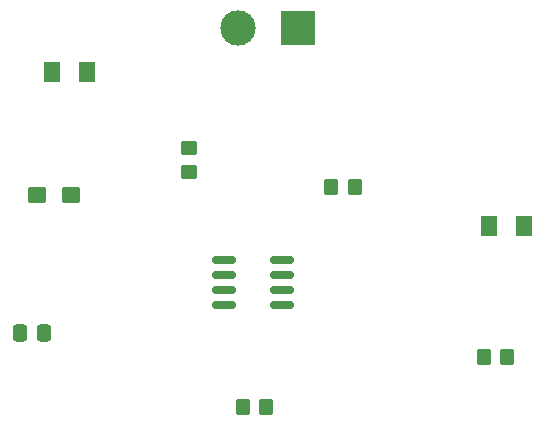
<source format=gbr>
%TF.GenerationSoftware,KiCad,Pcbnew,(6.0.10-0)*%
%TF.CreationDate,2023-02-17T16:16:03-08:00*%
%TF.ProjectId,Lab4 part2,4c616234-2070-4617-9274-322e6b696361,rev?*%
%TF.SameCoordinates,Original*%
%TF.FileFunction,Soldermask,Top*%
%TF.FilePolarity,Negative*%
%FSLAX46Y46*%
G04 Gerber Fmt 4.6, Leading zero omitted, Abs format (unit mm)*
G04 Created by KiCad (PCBNEW (6.0.10-0)) date 2023-02-17 16:16:03*
%MOMM*%
%LPD*%
G01*
G04 APERTURE LIST*
G04 Aperture macros list*
%AMRoundRect*
0 Rectangle with rounded corners*
0 $1 Rounding radius*
0 $2 $3 $4 $5 $6 $7 $8 $9 X,Y pos of 4 corners*
0 Add a 4 corners polygon primitive as box body*
4,1,4,$2,$3,$4,$5,$6,$7,$8,$9,$2,$3,0*
0 Add four circle primitives for the rounded corners*
1,1,$1+$1,$2,$3*
1,1,$1+$1,$4,$5*
1,1,$1+$1,$6,$7*
1,1,$1+$1,$8,$9*
0 Add four rect primitives between the rounded corners*
20,1,$1+$1,$2,$3,$4,$5,0*
20,1,$1+$1,$4,$5,$6,$7,0*
20,1,$1+$1,$6,$7,$8,$9,0*
20,1,$1+$1,$8,$9,$2,$3,0*%
G04 Aperture macros list end*
%ADD10RoundRect,0.250001X-0.462499X-0.624999X0.462499X-0.624999X0.462499X0.624999X-0.462499X0.624999X0*%
%ADD11RoundRect,0.250000X-0.537500X-0.425000X0.537500X-0.425000X0.537500X0.425000X-0.537500X0.425000X0*%
%ADD12R,3.000000X3.000000*%
%ADD13C,3.000000*%
%ADD14RoundRect,0.250000X0.350000X0.450000X-0.350000X0.450000X-0.350000X-0.450000X0.350000X-0.450000X0*%
%ADD15RoundRect,0.250000X-0.350000X-0.450000X0.350000X-0.450000X0.350000X0.450000X-0.350000X0.450000X0*%
%ADD16RoundRect,0.250000X-0.450000X0.350000X-0.450000X-0.350000X0.450000X-0.350000X0.450000X0.350000X0*%
%ADD17RoundRect,0.250000X-0.337500X-0.475000X0.337500X-0.475000X0.337500X0.475000X-0.337500X0.475000X0*%
%ADD18RoundRect,0.150000X-0.825000X-0.150000X0.825000X-0.150000X0.825000X0.150000X-0.825000X0.150000X0*%
G04 APERTURE END LIST*
D10*
%TO.C,D1*%
X159522500Y-87000000D03*
X162497500Y-87000000D03*
%TD*%
D11*
%TO.C,C1*%
X121222500Y-84380000D03*
X124097500Y-84380000D03*
%TD*%
D12*
%TO.C,J1*%
X143340000Y-70210000D03*
D13*
X138260000Y-70210000D03*
%TD*%
D14*
%TO.C,R2*%
X161030000Y-98070000D03*
X159030000Y-98070000D03*
%TD*%
D15*
%TO.C,R1*%
X138650000Y-102290000D03*
X140650000Y-102290000D03*
%TD*%
D16*
%TO.C,R4*%
X134100000Y-80430000D03*
X134100000Y-82430000D03*
%TD*%
D17*
%TO.C,C2*%
X119780000Y-96080000D03*
X121855000Y-96080000D03*
%TD*%
D15*
%TO.C,R3*%
X146120000Y-83660000D03*
X148120000Y-83660000D03*
%TD*%
D18*
%TO.C,U1*%
X137045000Y-89875000D03*
X137045000Y-91145000D03*
X137045000Y-92415000D03*
X137045000Y-93685000D03*
X141995000Y-93685000D03*
X141995000Y-92415000D03*
X141995000Y-91145000D03*
X141995000Y-89875000D03*
%TD*%
D10*
%TO.C,D2*%
X122512500Y-73950000D03*
X125487500Y-73950000D03*
%TD*%
M02*

</source>
